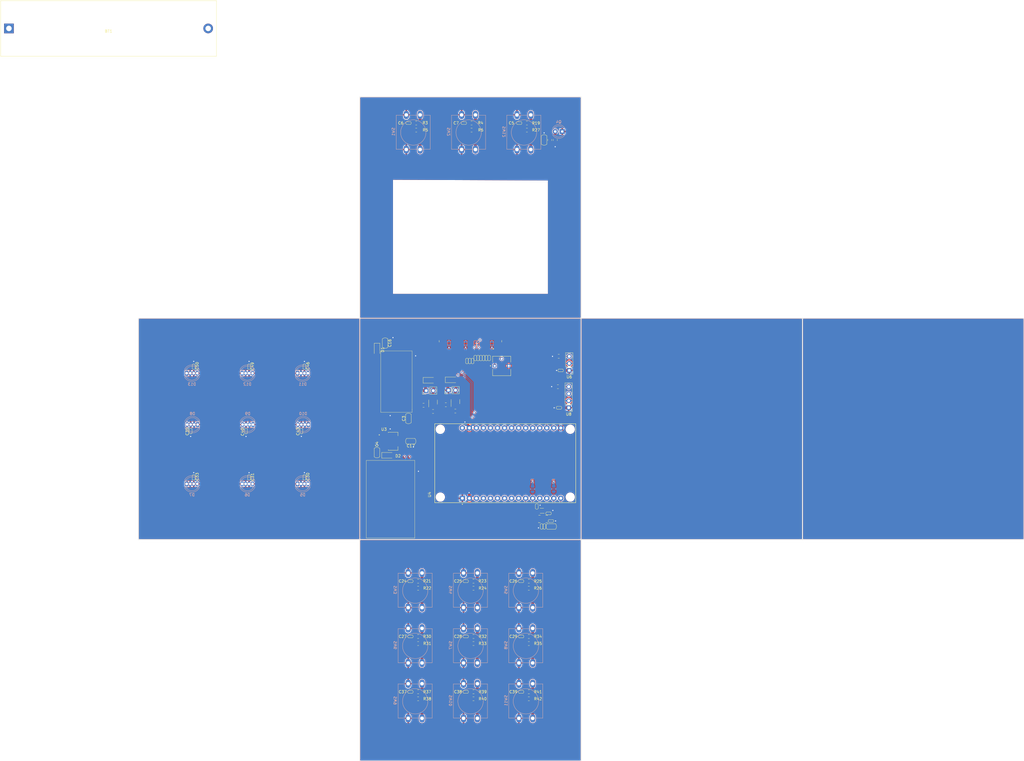
<source format=kicad_pcb>
(kicad_pcb (version 20221018) (generator pcbnew)
  (title_block (title "странный кубик") (date "2023-06-22") (company "НТЦ Вулкан") (comment 1 "Странные игры") (comment 2 "Круглов В.С."))
  (layers (0 "F.Cu" signal) (31 "B.Cu" signal) (34 "B.Paste" user) (35 "F.Paste" user) (36 "B.SilkS" user "B.Silkscreen") (37 "F.SilkS" user "F.Silkscreen") (38 "B.Mask" user) (39 "F.Mask" user) (44 "Edge.Cuts" user))
  (net 0 "")
  (net 1 "Net-(J1-CAP1-)")
  (net 2 "GND")
  (net 3 "Net-(J1-CAP5+)")
  (net 4 "Net-(J1-CAP2-)")
  (net 5 "Net-(D6-DO)")
  (net 6 "Net-(J1-CAP2+)")
  (net 7 "Net-(D10-DI)")
  (net 8 "Net-(J1-CAP4+)")
  (net 9 "Net-(J1-V3)")
  (net 10 "Net-(J1-V1)")
  (net 11 "Net-(J1-Vout)")
  (net 12 "Net-(J1-CAP3+)")
  (net 13 "+BATT")
  (net 14 "Net-(J1-CAP1+)")
  (net 15 "Net-(J1-V4)")
  (net 16 "Net-(J1-V2)")
  (net 17 "Net-(J1-V0)")
  (net 18 "Net-(D5-DO)")
  (net 19 "Net-(J1-VR)")
  (net 21 "+3V3")
  (net 22 "-BATT")
  (net 23 "Net-(D4-A)")
  (net 24 "luminodiodes")
  (net 25 "Net-(D7-DO)")
  (net 27 "SDA")
  (net 28 "B5")
  (net 29 "B1")
  (net 30 "B2")
  (net 31 "B6")
  (net 32 "B3")
  (net 33 "B7")
  (net 34 "B8")
  (net 35 "B9")
  (net 36 "B10")
  (net 37 "B4")
  (net 38 "VDC")
  (net 39 "SCL")
  (net 40 "+12V")
  (net 41 "Net-(D10-DO)")
  (net 42 "Net-(D11-DO)")
  (net 43 "Net-(D8-DO)")
  (net 44 "Net-(R25-Pad1)")
  (net 45 "B11")
  (net 46 "MOSI")
  (net 47 "A0_display")
  (net 48 "Net-(Q3-G)")
  (net 49 "gas_signal")
  (net 50 "vibrating_signal")
  (net 51 "open_box")
  (net 52 "vibrating_motor")
  (net 53 "INT2")
  (net 54 "INT1")
  (net 62 "Net-(R4-Pad1)")
  (net 63 "Net-(C2-Pad2)")
  (net 64 "Net-(R37-Pad1)")
  (net 65 "Net-(R23-Pad1)")
  (net 66 "CLK")
  (net 67 "Net-(R41-Pad1)")
  (net 68 "Net-(R39-Pad1)")
  (net 69 "Net-(R34-Pad1)")
  (net 70 "Net-(R32-Pad1)")
  (net 71 "Net-(R30-Pad1)")
  (net 72 "Net-(R3-Pad1)")
  (net 73 "Net-(R21-Pad1)")
  (net 74 "Net-(D12-DO)")
  (net 75 "B12")
  (net 76 "Net-(D3-A)")
  (net 77 "Net-(Q1-G)")
  (net 78 "photo")
  (net 79 "Net-(R19-Pad1)")
  (footprint "PCM_Capacitor_SMD_AKL:C_0402_1005Metric" (layer "F.Cu") (at 171.75 129.38 -90)
    (fp_text reference "C22" hide)
    (fp_text value "C_Generic" hide)
  )
  (footprint "PCM_4ms_Resistor:R_0805_2012Metric" (layer "F.Cu") (at 170.4028 44.46 180)
    (fp_text reference "R4")
    (fp_text value "330_0805" hide)
  )
  (footprint "PCM_Capacitor_SMD_AKL:C_0402_1005Metric" (layer "F.Cu") (at 175.75 129.38 90)
    (fp_text reference "C15" hide)
    (fp_text value "C_Generic" hide)
  )
  (footprint "PCM_4ms_Resistor:R_0805_2012Metric" (layer "F.Cu") (at 191.096 230 180)
    (fp_text reference "R34")
    (fp_text value "330_0805" hide)
  )
  (footprint "PCM_4ms_Resistor:R_0805_2012Metric" (layer "F.Cu") (at 151.096 210 180)
    (fp_text reference "R21")
    (fp_text value "330_0805" hide)
  )
  (footprint "Connector_PinHeader_2.54mm:PinHeader_1x03_P2.54mm_Vertical" (layer "F.Cu") (at 205.7 133.865 180)
    (fp_text reference "U6")
    (fp_text value "vibrating_sensor")
  )
  (footprint "PCM_Capacitor_SMD_AKL:C_0402_1005Metric" (layer "F.Cu") (at 168.75 130.45 -90)
    (fp_text reference "C23" hide)
    (fp_text value "C_Generic" hide)
  )
  (footprint "PCM_4ms_Resistor:R_0805_2012Metric" (layer "F.Cu") (at 191.096 232.54)
    (fp_text reference "R35")
    (fp_text value "10k_0805" hide)
  )
  (footprint "PCM_Capacitor_SMD_AKL:C_0402_1005Metric" (layer "F.Cu") (at 188.302 250 180)
    (fp_text reference "C39")
    (fp_text value "C_Generic" hide)
  )
  (footprint "SnapEDA Library:TRIM_3362P-1-203LF" (layer "F.Cu") (at 181.2945 132.2)
    (fp_text reference "RV1" hide)
    (fp_text value "R_Potentiometer")
  )
  (footprint "PCM_Capacitor_SMD_AKL:C_0402_1005Metric" (layer "F.Cu") (at 168.302 210 180)
    (fp_text reference "C25")
    (fp_text value "C_Generic" hide)
  )
  (footprint "Package_TO_SOT_SMD:SOT-23-3" (layer "F.Cu") (at 164.55 145.1375 90)
    (fp_text reference "Q3" hide)
    (fp_text value "Si2302A" hide)
  )
  (footprint "PCM_Capacitor_SMD_AKL:C_0402_1005Metric" (layer "F.Cu") (at 148.302 210 180)
    (fp_text reference "C24")
    (fp_text value "C_Generic" hide)
  )
  (footprint "PCM_Capacitor_SMD_AKL:C_0402_1005Metric" (layer "F.Cu") (at 90 172.5 90)
    (fp_text reference "C31")
    (fp_text value "C_Generic" hide)
  )
  (footprint "PCM_4ms_Resistor:R_0805_2012Metric" (layer "F.Cu") (at 171.096 250 180)
    (fp_text reference "R39")
    (fp_text value "330_0805" hide)
  )
  (footprint "PCM_Capacitor_SMD_AKL:C_0402_1005Metric" (layer "F.Cu") (at 170.75 130.45 -90)
    (fp_text reference "C21" hide)
    (fp_text value "C_Generic" hide)
  )
  (footprint "PCM_Capacitor_SMD_AKL:C_0402_1005Metric" (layer "F.Cu") (at 187.6088 44.46 180)
    (fp_text reference "C5")
    (fp_text value "C_Generic" hide)
  )
  (footprint "Connector_PinHeader_2.54mm:PinHeader_1x02_P2.54mm_Vertical" (layer "F.Cu") (at 162.05 141 90)
    (fp_text reference "M1" hide)
    (fp_text value "Motor_DC" hide)
  )
  (footprint "Diode_SMD:D_SMF" (layer "F.Cu") (at 155.25 137.41)
    (fp_text reference "D3" hide)
    (fp_text value "S07B-GS08" hide)
  )
  (footprint "Package_LGA:LGA-14_3x2.5mm_P0.5mm_LayoutBorder3x4y" (layer "F.Cu") (at 196.221977 187.516043)
    (fp_text reference "U7" hide)
    (fp_text value "LSM6DS3" hide)
  )
  (footprint "PCM_4ms_Resistor:R_0805_2012Metric" (layer "F.Cu") (at 191.096 210 180)
    (fp_text reference "R25")
    (fp_text value "330_0805" hide)
  )
  (footprint "PCM_4ms_Resistor:R_0805_2012Metric" (layer "F.Cu") (at 151.096 230 180)
    (fp_text reference "R30")
    (fp_text value "330_0805" hide)
  )
  (footprint "PCM_Capacitor_SMD_AKL:C_0805_2012Metric" (layer "F.Cu") (at 199.221977 190.246043 180)
    (fp_text reference "C32" hide)
    (fp_text value "C_Generic" hide)
  )
  (footprint "PCM_Capacitor_SMD_AKL:C_0402_1005Metric" (layer "F.Cu") (at 195.721977 190.246043 90)
    (fp_text reference "C44" hide)
    (fp_text value "C_Generic" hide)
  )
  (footprint "PCM_Capacitor_SMD_AKL:C_0402_1005Metric" (layer "F.Cu") (at 176.75 129.38 90)
    (fp_text reference "C13" hide)
    (fp_text value "C_Generic" hide)
  )
  (footprint "PCM_Capacitor_SMD_AKL:C_0402_1005Metric" (layer "F.Cu") (at 173.75 129.38 90)
    (fp_text reference "C14" hide)
    (fp_text value "C_Generic" hide)
  )
  (footprint "SnapEDA Library:charge_controller_module_tp4056" (layer "F.Cu") (at 149.186 167.400003 180)
    (fp_text reference "U1" hide)
    (fp_text value "charge controller")
  )
  (footprint "PCM_Capacitor_SMD_AKL:C_0805_2012Metric" (layer "F.Cu") (at 147.573646 151.222796 90)
    (fp_text reference "C3")
    (fp_text value "C_Generic" hide)
  )
  (footprint "PCM_Capacitor_SMD_AKL:C_0402_1005Metric" (layer "F.Cu") (at 168.302 250 180)
    (fp_text reference "C38")
    (fp_text value "C_Generic" hide)
  )
  (footprint "PCM_Capacitor_SMD_AKL:C_0402_1005Metric" (layer "F.Cu") (at 188.302 210 180)
    (fp_text reference "C26")
    (fp_text value "C_Generic" hide)
  )
  (footprint "Connector_PinHeader_2.54mm:PinHeader_1x02_P2.54mm_Vertical" (layer "F.Cu") (at 154 141.16 90)
    (fp_text reference "L1" hide)
    (fp_text value "L_Iron" hide)
  )
  (footprint "PCM_Capacitor_SMD_AKL:C_0402_1005Metric" (layer "F.Cu") (at 148.302 230 180)
    (fp_text reference "C27")
    (fp_text value "C_Generic" hide)
  )
  (footprint "PCM_Capacitor_SMD_AKL:C_0402_1005Metric" (layer "F.Cu") (at 172.75 129.38 90)
    (fp_text reference "C11" hide)
    (fp_text value "C_Generic" hide)
  )
  (footprint "PCM_4ms_Resistor:R_0805_2012Metric" (layer "F.Cu") (at 161.1 146.275 180)
    (fp_text reference "R17" hide)
    (fp_text value "330_0805" hide)
  )
  (footprint "PCM_Capacitor_SMD_AKL:C_0402_1005Metric" (layer "F.Cu") (at 202.6 133.865)
    (fp_text reference "C36" hide)
    (fp_text value "C_Generic" hide)
  )
  (footprint "PCM_4ms_Resistor:R_0805_2012Metric" (layer "F.Cu") (at 171.096 212.54)
    (fp_text reference "R24")
    (fp_text value "10k_0805" hide)
  )
  (footprint "PCM_Capacitor_SMD_AKL:C_0402_1005Metric" (layer "F.Cu") (at 148.302 250 180)
    (fp_text reference "C37")
    (fp_text value "C_Generic" hide)
  )
  (footprint "PCM_4ms_Resistor:R_0805_2012Metric" (layer "F.Cu") (at 151.096 232.54)
    (fp_text reference "R31")
    (fp_text value "10k_0805" hide)
  )
  (footprint "Diode_SMD:D_SMF" (layer "F.Cu") (at 136.273646 126.372796 -90)
    (fp_text reference "D1")
    (fp_text value "S07B-GS08")
  )
  (footprint "PCM_4ms_Resistor:R_0805_2012Metric" (layer "F.Cu") (at 200.626846 50.5845 90)
    (fp_text reference "R20" hide)
    (fp_text value "10k_0805" hide)
  )
  (footprint "PCM_4ms_Resistor:R_0805_2012Metric" (layer "F.Cu") (at 191.0932 212.54)
    (fp_text reference "R26")
    (fp_text value "10k_0805")
  )
  (footprint "PCM_Capacitor_SMD_AKL:C_0402_1005Metric" (layer "F.Cu") (at 196.721977 190.246043 -90)
    (fp_text reference "C34" hide)
    (fp_text value "C_Generic" hide)
  )
  (footprint "PCM_4ms_Resistor:R_0805_2012Metric" (layer "F.Cu") (at 151.096 212.54)
    (fp_text reference "R22")
    (fp_text value "10k_0805" hide)
  )
  (footprint "PCM_Capacitor_SMD_AKL:C_0805_2012Metric" (layer "F.Cu") (at 139.173646 123.972796 -90)
    (fp_text reference "C16")
    (fp_text value "C_Generic" hide)
  )
  (footprint "PCM_4ms_Resistor:R_0805_2012Metric" (layer "F.Cu") (at 151.096 250 180)
    (fp_text reference "R37")
    (fp_text value "330_0805" hide)
  )
  (footprint "PCM_Capacitor_SMD_AKL:C_0805_2012Metric" (layer "F.Cu") (at 196.626846 50.5845 -90)
    (fp_text reference "C2" hide)
    (fp_text value "C_Generic" hide)
  )
  (footprint "PCM_Capacitor_SMD_AKL:C_0402_1005Metric" (layer "F.Cu") (at 198.221977 185.516043 180)
    (fp_text reference "C47" hide)
    (fp_text value "C_Generic" hide)
  )
  (footprint "PCM_Capacitor_SMD_AKL:C_0805_2012Metric" (layer "F.Cu") (at 148.428634 159.446023 180)
    (fp_text reference "C17")
    (fp_text value "C_Generic" hide)
  )
  (footprint "PCM_4ms_Resistor:R_0805_2012Metric" (layer "F.Cu") (at 190.4028 44.46 180)
    (fp_text reference "R19")
    (fp_text value "330_0805" hide)
  )
  (footprint "PCM_Capacitor_SMD_AKL:C_0402_1005Metric" (layer "F.Cu") (at 70 172.5 -90)
    (fp_text reference "C33")
    (fp_text value "C_Generic" hide)
  )
  (footprint "PCM_4ms_Resistor:R_0805_2012Metric" (layer "F.Cu") (at 153.05 146.435 180)
    (fp_text reference "R15" hide)
    (fp_text value "330_0805" hide)
  )
  (footprint "SnapEDA Library:MODULE_ESP32_DEVKIT_V1" (layer "F.Cu") (at 182.59 167.34786 90)
    (fp_text reference "U4")
    (fp_text value "ESP32-DEVKIT-V1")
  )
  (footprint "PCM_4ms_Resistor:R_0805_2012Metric" (layer "F.Cu") (at 171.096 210 180)
    (fp_text reference "R23")
    (fp_text value "330_0805" hide)
  )
  (footprint "PCM_4ms_Resistor:R_0805_2012Metric" (layer "F.Cu") (at 164.5375 148.525 180)
    (fp_text reference "R18" hide)
    (fp_text value "10k_0805" hide)
  )
  (footprint "PCM_Capacitor_SMD_AKL:C_0402_1005Metric" (layer "F.Cu") (at 168.302 230 180)
    (fp_text reference "C28")
    (fp_text value "C_Generic" hide)
  )
  (footprint "PCM_4ms_Resistor:R_0805_2012Metric" (layer "F.Cu") (at 170.4028 47)
    (fp_text reference "R6")
    (fp_text value "10k_0805" hide)
  )
  (footprint "Connector_FFC-FPC:TE_3-1734839-4_1x34-1MP_P0.5mm_Horizontal" (layer "F.Cu") (at 170 125.602998 180)
    (fp_text reference "J1" hide)
    (fp_text value "Display")
  )
  (footprint "PCM_4ms_Resistor:R_0805_2012Metric" (layer "F.Cu") (at 151.096 252.54)
    (fp_text reference "R38")
    (fp_text value "10k_0805" hide)
  )
  (footprint "PCM_Capacitor_SMD_AKL:C_0805_2012Metric" (layer "F.Cu") (at 136.2 163.55 -90)
    (fp_text reference "C4")
    (fp_text value "C_Generic" hide)
  )
  (footprint "PCM_Capacitor_SMD_AKL:C_0402_1005Metric" (layer "F.Cu") (at 193.971977 183.016043 -90)
    (fp_text reference "C1" hide)
    (fp_text value "C_Generic" hide)
  )
  (footprint "Connector_PinHeader_2.54mm:PinHeader_1x04_P2.54mm_Vertical" (layer "F.Cu") (at 205.5 147.34 180)
    (fp_text reference "U8")
    (fp_text value "MQ-135 gas sensor")
  )
  (footprint "PCM_4ms_Resistor:R_0805_2012Metric" (layer "F.Cu") (at 201.9 128.765)
    (fp_text reference "R29" hide)
    (fp_text value "10k_0805" hide)
  )
  (footprint "SnapEDA Library:CKCS BS-01 MT-3608 Boost Converter" (layer "F.Cu") (at 137.926946 148.972596)
    (fp_text reference "U2" hide)
    (fp_text value "boost converter" hide)
  )
  (footprint "PCM_4ms_Resistor:R_0805_2012Metric" (layer "F.Cu") (at 171.096 230 180)
    (fp_text reference "R32")
    (fp_text value "330_0805" hide)
  )
  (footprint "PCM_4ms_Resistor:R_0805_2012Metric" (layer "F.Cu") (at 150.4028 44.46 180)
    (fp_text reference "R3")
    (fp_text value "330_0805" hide)
  )
  (footprint "PCM_Capacitor_SMD_AKL:C_0402_1005Metric" (layer "F.Cu") (at 90 132.5 90)
    (fp_text reference "C49")
    (fp_text value "C_Generic" hide)
  )
  (footprint "PCM_Capacitor_SMD_AKL:C_0402_1005Metric" (layer "F.Cu") (at 188.302 230 180)
    (fp_text reference "C29")
    (fp_text value "C_Generic" hide)
  )
  (footprint "Battery:BatteryHolder_MPD_BH-18650-PC2" (layer "F.Cu") (at 3.225 10.275)
    (fp_text reference "BT1")
    (fp_text value "Battery_Cell")
  )
  (footprint "SnapEDA Library:SOT230P700X180-4N" (layer "F.Cu") (at 142.059 159.44)
    (fp_text reference "U3")
    (fp_text value "LDL1117S33R" hide)
  )
  (footprint "PCM_Capacitor_SMD_AKL:C_0402_1005Metric" (layer "F.Cu") (at 169.75 130.45 -90)
    (fp_text reference "C18" hide)
    (fp_text value "C_Generic" hide)
  )
  (footprint "Diode_SMD:D_SMF" (layer "F.Cu") (at 163.3 137.25)
    (fp_text reference "D4" hide)
    (fp_text value "S07B-GS08" hide)
  )
  (footprint "PCM_4ms_Resistor:R_0805_2012Metric" (layer "F.Cu") (at 171.096 252.54)
    (fp_text reference "R40")
    (fp_text value "10k_0805" hide)
  )
  (footprint "PCM_Capacitor_SMD_AKL:C_0402_1005Metric" (layer "F.Cu") (at 68.9 155.7892 -90)
    (fp_text reference "C35")
    (fp_text value "C_Generic" hide)
  )
  (footprint "PCM_4ms_Resistor:R_0805_2012Metric" (layer "F.Cu") (at 198.626846 50.5845 90)
    (fp_text reference "R28" hide)
    (fp_text value "330_0805" hide)
  )
  (footprint "PCM_4ms_Resistor:R_0805_2012Metric" (layer "F.Cu") (at 156.4875 148.685 180)
    (fp_text reference "R16" hide)
    (fp_text value "10k_0805" hide)
  )
  (footprint "PCM_Capacitor_SMD_AKL:C_0402_1005Metric" (layer "F.Cu") (at 147.6088 44.46 180)
    (fp_text reference "C6")
    (fp_text value "C_Generic" hide)
  )
  (footprint "Package_TO_SOT_SMD:SOT-23-3" (layer "F.Cu") (at 156.5 145.2975 90)
    (fp_text reference "Q1" hide)
    (fp_text value "Si2302A" hide)
  )
  (footprint "PCM_4ms_Resistor:R_0805_2012Metric" (layer "F.Cu") (at 191.096 252.54)
    (fp_text reference "R42")
    (fp_text value "10k_0805" hide)
  )
  (footprint "PCM_Capacitor_SMD_AKL:C_0402_1005Metric" (layer "F.Cu") (at 88.9 155.7892 90)
    (fp_text reference "C40")
    (fp_text value "C_Generic" hide)
  )
  (footprint "PCM_4ms_Resistor:R_0805_2012Metric" (layer "F.Cu") (at 201.6 139.708023)
    (fp_text reference "R36" hide)
    (fp_text value "10k_0805" hide)
  )
  (footprint "PCM_Capacitor_SMD_AKL:C_0402_1005Metric" (layer "F.Cu") (at 110 132.5 -90)
    (fp_text reference "C46")
    (fp_text value "C_Generic" hide)
  )
  (footprint "PCM_4ms_Resistor:R_0805_2012Metric" (layer "F.Cu") (at 191.096 250 180)
    (fp_text reference "R41")
    (fp_text value "330_0805" hide)
  )
  (footprint "PCM_Capacitor_SMD_AKL:C_0402_1005Metric" (layer "F.Cu") (at 110 172.5 -90)
    (fp_text reference "C30")
    (fp_text value "C_Generic" hide)
  )
  (footprint "PCM_4ms_Resistor:R_0805_2012Metric" (layer "F.Cu") (at 190.4 47)
    (fp_text reference "R27")
    (fp_text value "10k_0805")
  )
  (footprint "PCM_4ms_Resistor:R_0805_2012Metric" (layer "F.Cu") (at 150.4028 47)
    (fp_text reference "R5")
    (fp_text value "10k_0805" hide)
  )
  (footprint "PCM_Capacitor_SMD_AKL:C_0402_1005Metric" (layer "F.Cu") (at 108.9 155.7892 -90)
    (fp_text reference "C43")
    (fp_text value "C_Generic" hide)
  )
  (footprint "PCM_Capacitor_SMD_AKL:C_0402_1005Metric" (layer "F.Cu") (at 199.09 188.266043 180)
    (fp_text reference "C41" hide)
    (fp_text value "C_Generic" hide)
  )
  (footprint "Diode_SMD:D_SMF" (layer "F.Cu") (at 140.281 164.52)
    (fp_text reference "D2")
    (fp_text value "S07B-GS08" hide)
  )
  (footprint "PCM_Capacitor_SMD_AKL:C_0402_1005Metric" (layer "F.Cu") (at 174.75 129.38 90)
    (fp_text reference "C12" hide)
    (fp_text value "C_Generic" hide)
  )
  (footprint "PCM_Capacitor_SMD_AKL:C_0402_1005Metric" (layer "F.Cu") (at 70 132.5 -90)
    (fp_text reference "C50")
    (fp_text value "C_Generic" hide)
  )
  (footprint "PCM_Capacitor_SMD_AKL:C_0402_1005Metric" (layer "F.Cu") (at 167.6088 44.46 180)
    (fp_text reference "C7")
    (fp_text value "C_Generic" hide)
  )
  (footprint "PCM_Capacitor_SMD_AKL:C_0402_1005Metric" (layer "F.Cu") (at 202 147.36)
    (fp_text reference "C48" hide)
    (fp_text value "C_Generic" hide)
  )
  (footprint "PCM_4ms_Resistor:R_0805_2012Metric" (layer "F.Cu") (at 171.096 232.54)
    (fp_text reference "R33")
    (fp_text value "10k_0805" hide)
  )
  (footprint "Package_TO_SOT_SMD:SOT-563" (layer "F.Cu") (at 195.808023 184.555837 180)
    (fp_text reference "U5" hide)
    (fp_text value "TMP112xxDRL" hide)
  )
  (footprint "LED_THT:LED_D4.0mm" (layer "B.Cu") (at 203.166846 47.522 180)
    (fp_text reference "Q4")
    (fp_text value "Q_Photo")
  )
  (footprint "LED_THT:LED_D5.0mm-4_RGB" (layer "B.Cu") (at 71.435 153.4296 180)
    (fp_text reference "D8")
    (fp_text value "yf923" hide)
  )
  (footprint "Button_Switch_THT:SW_PUSH-12mm" (layer "B.Cu") (at 186.8068 41.522 -90)
    (fp_text reference "SW12")
    (fp_text value "SW_Push")
  )
  (footprint "LED_THT:LED_D5.0mm-4_RGB" (layer "B.Cu") (at 107.465 174.8596)
    (fp_text reference "D5")
    (fp_text value "yf923" hide)
  )
  (footprint "Button_Switch_THT:SW_PUSH-12mm" (layer "B.Cu") (at 187.5 207.062 -90)
    (fp_text reference "SW5")
    (fp_text value "SW_Push")
  )
  (footprint "LED_THT:LED_D5.0mm-4_RGB" (layer "B.Cu") (at 91.435 153.4296 180)
    (fp_text reference "D9")
    (fp_text value "yf923" hide)
  )
  (footprint "LED_THT:LED_D5.0mm-4_RGB" (layer "B.Cu") (at 111.435 153.4296 180)
    (fp_text reference "D10")
    (fp_text value "yf923" hide)
  )
  (footprint "PCM_4ms_Resistor:R_0805_2012Metric" (layer "B.Cu") (at 200.09 176.687814 90)
    (fp_text reference "R2")
    (fp_text value "10k_0805" hide)
  )
  (footprint "Button_Switch_THT:SW_PUSH-12mm" (layer "B.Cu") (at 147.5 247.062 -90)
    (fp_text reference "SW9")
    (fp_text value "SW_Push")
  )
  (footprint "Button_Switch_THT:SW_PUSH-12mm" (layer "B.Cu") (at 166.8068 41.522 -90)
    (fp_text reference "SW2")
    (fp_text value "SW_Push")
  )
  (footprint "Button_Switch_THT:SW_PUSH-12mm" (layer "B.Cu") (at 167.5 227.062 -90)
    (fp_text reference "SW7")
    (fp_text value "SW_Push")
  )
  (footprint "Button_Switch_THT:SW_PUSH-12mm" (layer "B.Cu") (at 146.8068 41.522 -90)
    (fp_text reference "SW1")
    (fp_text value "SW_Push")
  )
  (footprint "PCM_Capacitor_SMD_AKL:C_0402_1005Metric" (layer "B.Cu") (at 171.75 124.052998 90)
    (fp_text reference "C19" hide)
    (fp_text value "C_Generic" hide)
  )
  (footprint "Button_Switch_THT:SW_PUSH-12mm" (layer "B.Cu") (at 147.5 207.062 -90)
    (fp_text reference "SW3")
    (fp_text value "SW_Push")
  )
  (footprint "PCM_Capacitor_SMD_AKL:C_0402_1005Metric" (layer "B.Cu") (at 162.25 123.982998 -90)
    (fp_text reference "C10" hide)
    (fp_text value "C_Generic" hide)
  )
  (footprint "PCM_Capacitor_SMD_AKL:C_0402_1005Metric" (layer "B.Cu") (at 172.75 124.052998 90)
    (fp_text reference "C20" hide)
    (fp_text value "C_Generic" hide)
  )
  (footprint "Button_Switch_THT:SW_PUSH-12mm" (layer "B.Cu") (at 187.5 227.062 -90)
    (fp_text reference "SW8")
    (fp_text value "SW_Push")
  )
  (footprint "PCM_4ms_Resistor:R_0805_2012Metric" (layer "B.Cu") (at 192.44 176.737814 90)
    (fp_text reference "R1")
    (fp_text value "10k_0805" hide)
  )
  (footprint "LED_THT:LED_D5.0mm-4_RGB" (layer "B.Cu") (at 107.465 134.8596)
    (fp_text reference "D11")
    (fp_text value "yf923" hide)
  )
  (footprint "LED_THT:LED_D5.0mm-4_RGB" (layer "B.Cu") (at 67.465 174.8596)
    (fp_text reference "D7")
    (fp_text value "yf923" hide)
  )
  (footprint "LED_THT:LED_D5.0mm-4_RGB" (layer "B.Cu") (at 67.465 134.8596)
    (fp_text reference "D13")
    (fp_text value "yf923" hide)
  )
  (footprint "Button_Switch_THT:SW_PUSH-12mm" (layer "B.Cu") (at 187.5 247.062 -90)
    (fp_text reference "SW11")
    (fp_text value "SW_Push")
  )
  (footprint "PCM_Capacitor_SMD_AKL:C_0402_1005Metric" (layer "B.Cu") (at 177.75 124.082998 90)
    (fp_text reference "C45" hide)
    (fp_text value "C_Generic" hide)
  )
  (footprint "LED_THT:LED_D5.0mm-4_RGB" (layer "B.Cu") (at 87.465 174.8596)
    (fp_text reference "D6")
    (fp_text value "yf923" hide)
  )
  (footprint "Button_Switch_THT:SW_PUSH-12mm" (layer "B.Cu") (at 167.5 207.062 -90)
    (fp_text reference "SW4")
    (fp_text value "SW_Push")
  )
  (footprint "LED_THT:LED_D5.0mm-4_RGB" (layer "B.Cu") (at 87.465 134.8596)
    (fp_text reference "D12")
    (fp_text value "yf923" hide)
  )
  (footprint "PCM_Capacitor_SMD_AKL:C_0402_1005Metric" (layer "B.Cu") (at 168.25 124.082998 90)
    (fp_text reference "C42" hide)
    (fp_text value "C_Generic" hide)
  )
  (footprint "Button_Switch_THT:SW_PUSH-12mm" (layer "B.Cu") (at 147.5 227.062 -90)
    (fp_text reference "SW6")
    (fp_text value "SW_Push")
  )
  (footprint "Button_Switch_THT:SW_PUSH-12mm" (layer "B.Cu") (at 167.5 247.062 -90)
    (fp_text reference "SW10")
    (fp_text value "SW_Push")
  )
  (gr_rect (start 130 115) (end 210 195) (stroke (width 0.1)) (fill none) (layer "Edge.Cuts"))
  (gr_rect (start 130 195) (end 210 275) (stroke (width 0.1)) (fill none) (layer "Edge.Cuts"))
  (gr_rect (start 290 115) (end 370 195) (stroke (width 0.1)) (fill none) (layer "Edge.Cuts"))
  (gr_rect (start 130 35) (end 210 115) (stroke (width 0.1)) (fill none) (layer "Edge.Cuts"))
  (gr_rect (start 50 115) (end 130 195) (stroke (width 0.1)) (fill none) (layer "Edge.Cuts"))
  (gr_rect (start 210 115) (end 290 195) (stroke (width 0.1)) (fill none) (layer "Edge.Cuts"))
  (segment (start 171.75 129.86) (end 171.742391 129.86) (width 0.25) (layer "F.Cu") (net 1))
  (segment (start 170.75 128.867609) (end 170.75 126.952998) (width 0.25) (layer "F.Cu") (net 1))
  (segment (start 171.75 129.937609) (end 170.757609 130.93) (width 0.25) (layer "F.Cu") (net 1))
  (segment (start 171.742391 129.86) (end 170.75 128.867609) (width 0.25) (layer "F.Cu") (net 1))
  (segment (start 170.757609 130.93) (end 170.75 130.93) (width 0.25) (layer "F.Cu") (net 1))
  (segment (start 171.75 129.86) (end 171.75 129.937609) (width 0.25) (layer "F.Cu") (net 1))
  (segment (start 170.75 130.93) (end 169.75 130.93) (width 0.25) (layer "F.Cu") (net 1))
  (segment (start 90 172.02) (end 90 170.8) (width 0.8) (layer "F.Cu") (net 2))
  (segment (start 141.259786 150.184053) (end 143.254969 148.18887) (width 1) (layer "F.Cu") (net 2))
  (segment (start 151.1648 170.3352) (end 151.2 170.3) (width 1) (layer "F.Cu") (net 2))
  (segment (start 193.971977 182.536043) (end 195.16 182.536043) (width 0.25) (layer "F.Cu") (net 2))
  (segment (start 169.615 178.115) (end 169.5 178) (width 1) (layer "F.Cu") (net 2))
  (segment (start 70 131.8) (end 70 130.58) (width 0.8) (layer "F.Cu") (net 2))
  (segment (start 169.615 154.115) (end 168 152.5) (width 1) (layer "F.Cu") (net 2))
  (segment (start 200.231977 147.36) (end 201.5 147.36) (width 1) (layer "F.Cu") (net 2))
  (segment (start 110 131.82) (end 110 130.6) (width 0.8) (layer "F.Cu") (net 2))
  (segment (start 199.57 188.266043) (end 200.75 188.266043) (width 0.25) (layer "F.Cu") (net 2))
  (segment (start 196.701977 190.746043) (end 196.721977 190.726043) (width 0.25) (layer "F.Cu") (net 2))
  (segment (start 200.231977 147.36) (end 200.25 147.36) (width 1) (layer "F.Cu") (net 2))
  (segment (start 150.1825 128.575446) (end 150.1875 128.580446) (width 1) (layer "F.Cu") (net 2))
  (segment (start 149.4 159.70625) (end 149.4 161.49375) (width 1) (layer "F.Cu") (net 2))
  (segment (start 200.75 188.266043) (end 200.77 188.246043) (width 0.25) (layer "F.Cu") (net 2))
  (segment (start 110 172.02) (end 110 170.8) (width 0.8) (layer "F.Cu") (net 2))
  (segment (start 169.615 154.64786) (end 169.615 154.115) (width 1) (layer "F.Cu") (net 2))
  (segment (start 142 122) (end 140.977204 123.022796) (width 1) (layer "F.Cu") (net 2))
  (segment (start 139.044 157.14) (end 139.044 156.956) (width 1) (layer "F.Cu") (net 2))
  (segment (start 141 150.184053) (end 141.259786 150.184053) (width 1) (layer "F.Cu") (net 2))
  (segment (start 169.615 180.04786) (end 169.615 178.115) (width 1) (layer "F.Cu") (net 2))
  (segment (start 157.45 146.435) (end 157.45 148.66) (width 1) (layer "F.Cu") (net 2))
  (segment (start 195.721977 190.726043) (end 194.59 190.726043) (width 0.25) (layer "F.Cu") (net 2))
  (segment (start 148.2358 170.3352) (end 151.1648 170.3352) (width 1) (layer "F.Cu") (net 2))
  (segment (start 165.5 146.275) (end 165.5 148.5) (width 1) (layer "F.Cu") (net 2))
  (segment (start 201.28 133.865) (end 202.1 133.865) (width 1) (layer "F.Cu") (net 2))
  (segment (start 139.044 156.956) (end 141 155) (width 1) (layer "F.Cu") (net 2))
  (segment (start 165.5 148.5) (end 165.475 148.525) (width 1) (layer "F.Cu") (net 2))
  (segment (start 136.2 160.55) (end 136.2 162.6) (width 1) (layer "F.Cu") (net 2))
  (segment (start 200.9625 128.765) (end 199.65 128.765) (width 1) (layer "F.Cu") (net 2))
  (segment (start 140.977204 123.022796) (end 139.173646 123.022796) (width 1) (layer "F.Cu") (net 2))
  (segment (start 194.57 190.746043) (end 196.701977 190.746043) (width 0.25) (layer "F.Cu") (net 2))
  (segment (start 200.626846 51.522) (end 200.626846 53.022) (width 1) (layer "F.Cu") (net 2))
  (segment (start 195.16 182.536043) (end 195.17 182.546043) (width 0.25) (layer "F.Cu") (net 2))
  (segment (start 68.9 156.4892) (end 68.9 157.7092) (width 0.8) (layer "F.Cu") (net 2))
  (segment (start 70 172) (end 70 170.78) (width 0.8) (layer "F.Cu") (net 2))
  (segment (start 200.6625 139.708023) (end 199.35 139.708023) (width 1) (layer "F.Cu") (net 2))
  (segment (start 196.626846 49.6345) (end 196.626846 48.022) (width 1) (layer "F.Cu") (net 2))
  (segment (start 198.701977 185.516043) (end 198.701977 185.514066) (width 0.25) (layer "F.Cu") (net 2))
  (segment (start 148.45 128.575446) (end 150.1825 128.575446) (width 1) (layer "F.Cu") (net 2))
  (segment (start 201.28 133.865) (end 201.1 133.865) (width 1) (layer "F.Cu") (net 2))
  (segment (start 198.701977 185.514066) (end 199.77 184.446043) (width 0.25) (layer "F.Cu") (net 2))
  (segment (start 157.45 148.66) (end 157.425 148.685) (width 1) (layer "F.Cu") (net 2))
  (segment (start 90 131.81) (end 90 130.59) (width 0.8) (layer "F.Cu") (net 2))
  (segment (start 194.59 190.726043) (end 194.57 190.746043) (width 0.25) (layer "F.Cu") (net 2))
  (segment (start 108.9 156.4692) (end 108.9 157.6892) (width 0.8) (layer "F.Cu") (net 2))
  (segment (start 88.9 156.4892) (end 88.9 157.7092) (width 0.8) (layer "F.Cu") (net 2))
  (via (at 199.77 184.446043) (size 0.8) (drill 0.4) (layers "F.Cu" "B.Cu") (net 2))
  (via (at 199.65 128.765) (size 0.8) (drill 0.4) (layers "F.Cu" "B.Cu") (net 2))
  (via (at 200.626846 53.022) (size 0.8) (drill 0.4) (layers "F.Cu" "B.Cu") (net 2))
  (via (at 200.25 147.36) (size 0.8) (drill 0.4) (layers "F.Cu" "B.Cu") (net 2))
  (via (at 149.4 161.49375) (size 0.8) (drill 0.4) (layers "F.Cu" "B.Cu") (net 2))
  (via (at 70 170.78) (size 0.8) (drill 0.4) (layers "F.Cu" "B.Cu") (net 2))
  (via (at 200.77 188.246043) (size 0.8) (drill 0.4) (layers "F.Cu" "B.Cu") (net 2))
  (via (at 110 170.8) (size 0.8) (drill 0.4) (layers "F.Cu" "B.Cu") (net 2))
  (via (at 108.9 157.6892) (size 0.8) (drill 0.4) (layers "F.Cu" "B.Cu") (net 2))
  (via (at 136.2 160.55) (size 0.8) (drill 0.4) (layers "F.Cu" "B.Cu") (net 2))
  (via (at 68.9 157.7092) (size 0.8) (drill 0.4) (layers "F.Cu" "B.Cu") (net 2))
  (via (at 195.17 182.546043) (size 0.8) (drill 0.4) (layers "F.Cu" "B.Cu") (net 2))
  (via (at 142 122) (size 0.8) (drill 0.4) (layers "F.Cu" "B.Cu") (net 2))
  (via (at 90 170.8) (size 0.8) (drill 0.4) (layers "F.Cu" "B.Cu") (net 2))
  (via (at 201.1 133.865) (size 0.8) (drill 0.4) (layers "F.Cu" "B.Cu") (net 2))
  (via (at 168 152.5) (size 0.8) (drill 0.4) (layers "F.Cu" "B.Cu") (net 2))
  (via (at 196.626846 48.022) (size 0.8) (drill 0.4) (layers "F.Cu" "B.Cu") (net 2))
  (via (at 151.2 170.3) (size 0.8) (drill 0.4) (layers "F.Cu" "B.Cu") (net 2))
  (via (at 169.5 178) (size 0.8) (drill 0.4) (layers "F.Cu" "B.Cu") (net 2))
  (via (at 199.35 139.708023) (size 0.8) (drill 0.4) (layers "F.Cu" "B.Cu") (net 2))
  (via (at 88.9 157.7092) (size 0.8) (drill 0.4) (layers "F.Cu" "B.Cu") (net 2))
  (via (at 194.57 190.746043) (size 0.8) (drill 0.4) (layers "F.Cu" "B.Cu") (net 2))
  (via (at 70 130.58) (size 0.8) (drill 0.4) (layers "F.Cu" "B.Cu") (net 2))
  (via (at 150.1875 128.580446) (size 0.8) (drill 0.4) (layers "F.Cu" "B.Cu") (net 2))
  (via (at 90 130.59) (size 0.8) (drill 0.4) (layers "F.Cu" "B.Cu") (net 2))
  (via (at 141 150.184053) (size 0.8) (drill 0.4) (layers "F.Cu" "B.Cu") (net 2))
  (via (at 141 155) (size 0.8) (drill 0.4) (layers "F.Cu" "B.Cu") (net 2))
  (via (at 110 130.6) (size 0.8) (drill 0.4) (layers "F.Cu" "B.Cu") (net 2))
  (segment (start 169.75 129.722998) (end 169.75 126.952998) (width 0.25) (layer "F.Cu") (net 3))
  (segment (start 172.25 124.074769) (end 172.25 126.952998) (width 0.25) (layer "F.Cu") (net 4))
  (segment (start 173.441771 122.882998) (end 172.25 124.074769) (width 0.25) (layer "F.Cu") (net 4))
  (via (at 173.441771 122.882998) (size 0.8) (drill 0.4) (layers "F.Cu" "B.Cu") (net 4))
  (segment (start 172.751771 123.572998) (end 173.441771 122.882998) (width 0.25) (layer "B.Cu") (net 4))
  (segment (start 171.75 123.572998) (end 172.751771 123.572998) (width 0.25) (layer "B.Cu") (net 4))
  (segment (start 87.465 174.8596) (end 71.275 174.8596) (width 0.35) (layer "F.Cu") (net 5))
  (segment (start 171.5255 125.571048) (end 171.75 125.795548) (width 0.25) (layer "F.Cu") (net 6))
  (segment (start 171.75 125.795548) (end 171.75 126.952998) (width 0.25) (layer "F.Cu") (net 6))
  (via (at 171.5255 125.571048) (size 0.8) (drill 0.4) (layers "F.Cu" "B.Cu") (net 6))
  (segment (start 171.75 125.346548) (end 171.75 124.532998) (width 0.25) (layer "B.Cu") (net 6))
  (segment (start 171.5255 125.571048) (end 171.75 125.346548) (width 0.25) (layer "B.Cu") (net 6))
  (segment (start 107.625 153.4296) (end 91.435 153.4296) (width 0.35) (layer "F.Cu") (net 7))
  (segment (start 172.9745 125.572998) (end 172.75 125.797498) (width 0.25) (layer "F.Cu") (net 8))
  (segment (start 172.75 125.797498) (end 172.75 126.952998) (width 0.25) (layer "F.Cu") (net 8))
  (via (at 172.9745 125.572998) (size 0.8) (drill 0.4) (layers "F.Cu" "B.Cu") (net 8))
  (segment (start 172.75 125.348498) (end 172.75 124.532998) (width 0.25) (layer "B.Cu") (net 8))
  (segment (start 172.9745 125.572998) (end 172.75 125.348498) (width 0.25) (layer "B.Cu") (net 8))
  (segment (start 174.25 128.152998) (end 174.25 126.952998) (width 0.25) (layer "F.Cu") (net 9))
  (segment (start 173.75 128.652998) (end 174.25 128.152998) (width 0.25) (layer "F.Cu") (net 9))
  (segment (start 175.75 128.652998) (end 175.25 128.152998) (width 0.2) (layer "F.Cu") (net 10))
  (segment (start 175.25 128.152998) (end 175.25 126.952998) (width 0.2) (layer "F.Cu") (net 10))
  (segment (start 168.75 129.5) (end 169.25 129) (width 0.25) (layer "F.Cu") (net 11))
  (segment (start 169.25 129) (end 169.25 126.952998) (width 0.25) (layer "F.Cu") (net 11))
  (segment (start 168.75 129.97) (end 168.75 129.5) (width 0.25) (layer "F.Cu") (net 11))
  (segment (start 170.25 129.004005) (end 170.25 126.952998) (width 0.25) (layer "F.Cu") (net 12))
  (segment (start 170.75 129.504005) (end 170.25 129.004005) (width 0.25) (layer "F.Cu") (net 12))
  (segment (start 170.75 129.97) (end 170.75 129.504005) (width 0.25) (layer "F.Cu") (net 12))
  (segment (start 140.9148 170.3352) (end 146.2 165.05) (width 1) (layer "F.Cu") (net 13))
  (segment (start 137.8218 170.3352) (end 140.9148 170.3352) (width 1) (layer "F.Cu") (net 13))
  (via (at 146.2 165.05) (size 0.8) (drill 0.4) (layers "F.Cu" "B.Cu") (net 13))
  (segment (start 171.25 128.152998) (end 171.25 126.952998) (width 0.25) (layer "F.Cu") (net 14))
  (segment (start 171.75 128.652998) (end 171.25 128.152998) (width 0.25) (layer "F.Cu") (net 14))
  (segment (start 173.75 127.652998) (end 173.75 126.952998) (width 0.25) (layer "F.Cu") (net 15))
  (segment (start 172.75 128.652998) (end 173.75 127.652998) (width 0.25) (layer "F.Cu") (net 15))
  (segment (start 174.75 126.952998) (end 174.75 128.622998) (width 0.2) (layer "F.Cu") (net 16))
  (segment (start 176.757609 128.9) (end 178.7545 130.896891) (width 0.25) (layer "F.Cu") (net 17))
  (segment (start 175.75 127.9155) (end 175.75 126.952998) (width 0.25) (layer "F.Cu") (net 17))
  (segment (start 176.75 128.9) (end 176.757609 128.9) (width 0.25) (layer "F.Cu") (net 17))
  (segment (start 176.75 128.9) (end 176.7345 128.9) (width 0.25) (layer "F.Cu") (net 17))
  (segment (start 178.7545 130.896891) (end 178.7545 132.2) (width 0.25) (layer "F.Cu") (net 17))
  (segment (start 176.7345 128.9) (end 175.75 127.9155) (width 0.25) (layer "F.Cu") (net 17))
  (segment (start 107.465 174.8596) (end 91.275 174.8596) (width 0.35) (layer "F.Cu") (net 18))
  (segment (start 176.25 127.752998) (end 176.792002 128.295) (width 0.25) (layer "F.Cu") (net 19))
  (segment (start 179.9295 128.295) (end 181.2945 129.66) (width 0.25) (layer "F.Cu") (net 19))
  (segment (start 176.25 126.952998) (end 176.25 127.752998) (width 0.25) (layer "F.Cu") (net 19))
  (segment (start 176.792002 128.295) (end 179.9295 128.295) (width 0.25) (layer "F.Cu") (net 19))
  (segment (start 110.005 134.8596) (end 110.005 135.453666) (width 0.35) (layer "F.Cu") (net 21))
  (segment (start 198.61 188.266043) (end 197.384477 188.266043) (width 0.25) (layer "F.Cu") (net 21))
  (segment (start 70.005 132.985) (end 70 132.98) (width 0.35) (layer "F.Cu") (net 21))
  (segment (start 197.741977 185.516043) (end 197.738614 185.516043) (width 0.25) (layer "F.Cu") (net 21))
  (segment (start 90.005 132.985) (end 90 132.98) (width 0.8) (layer "F.Cu") (net 21))
  (segment (start 193.971977 184.139791) (end 194.388023 184.555837) (width 0.25) (layer "F.Cu") (net 21))
  (segment (start 196.721977 189.766043) (end 195.721977 189.766043) (width 0.25) (layer "F.Cu") (net 21))
  (segment (start 145.171 159.44) (end 139.229 159.44) (width 1) (layer "F.Cu") (net 21))
  (segment (start 68.895 155.1086) (end 68.895 153.4296) (width 0.35) (layer "F.Cu") (net 21))
  (segment (start 141.739 164.528) (end 141.731 164.52) (width 1) (layer "F.Cu") (net 21))
  (segment (start 205.5 147.34) (end 202.85 147.34) (width 1) (layer "F.Cu") (net 21))
  (segment (start 162.25 126.952998) (end 162.25 125.582998) (width 0.25) (layer "F.Cu") (net 21))
  (segment (start 145.171 161.08) (end 145.171 159.44) (width 1) (layer "F.Cu") (net 21))
  (segment (start 110 174.8546) (end 110.005 174.8596) (width 0.8) (layer "F.Cu") (net 21))
  (segment (start 70.005 135.453666) (end 70.005 134.8596) (width 0.35) (layer "F.Cu") (net 21))
  (segment (start 161.8 137.3) (end 161.85 137.25) (width 1) (layer "F.Cu") (net 21))
  (segment (start 108.895 155.1086) (end 108.895 153.4296) (width 0.35) (layer "F.Cu") (net 21))
  (segment (start 194.388023 184.555837) (end 195.058023 184.555837) (width 0.25) (layer "F.Cu") (net 21))
  (segment (start 196.721977 189.766043) (end 197.791977 189.766043) (width 0.25) (layer "F.Cu") (net 21))
  (segment (start 193.971977 183.496043) (end 193.971977 184.139791) (width 0.25) (layer "F.Cu") (net 21))
  (segment (start 110 134.8546) (end 110.005 134.8596) (width 0.8) (layer "F.Cu") (net 21))
  (segment (start 195.721977 189.766043) (end 195.721977 188.428543) (width 0.25) (layer "F.Cu") (net 21))
  (segment (start 88.895 155.1086) (end 88.895 153.4296) (width 0.35) (layer "F.Cu") (net 21))
  (segment (start 145.080023 159.446023) (end 145.074 159.44) (width 1) (layer "F.Cu") (net 21))
  (segment (start 177.75 126.952998) (end 177.75 125.582998) (width 0.25) (layer "F.Cu") (net 21))
  (segment (start 196.721977 186.53268) (end 196.721977 186.603543) (width 0.25) (layer "F.Cu") (net 21))
  (segment (start 147.478634 159.446023) (end 145.080023 159.446023) (width 1) (layer "F.Cu") (net 21))
  (segment (start 205.7 133.865) (end 203.35 133.865) (width 1) (layer "F.Cu") (net 21))
  (segment (start 197.791977 189.766043) (end 198.271977 190.246043) (width 0.25) (layer "F.Cu") (net 21))
  (segment (start 141.731 164.52) (end 145.171 161.08) (width 1) (layer "F.Cu") (net 21))
  (segment (start 161.8 140.75) (end 161.8 137.3) (width 1) (layer "F.Cu") (net 21))
  (segment (start 168.25 126.952998) (end 168.25 125.582998) (width 0.25) (layer "F.Cu") (net 21))
  (segment (start 197.738614 185.516043) (end 196.721977 186.53268) (width 0.25) (layer "F.Cu") (net 21))
  (segment (start 162.05 141) (end 161.8 140.75) (width 1) (layer "F.Cu") (net 21))
  (via (at 177.75 125.582998) (size 0.8) (drill 0.4) (layers "F.Cu" "B.Cu") (net 21))
  (via (at 200.09 173.996043) (size 0.8) (drill 0.4) (layers "F.Cu" "B.Cu") (net 21))
  (via (at 192.47 173.868907) (size 0.8) (drill 0.4) (layers "F.Cu" "B.Cu") (net 21))
  (via (at 168.25 125.582998) (size 0.8) (drill 0.4) (layers "F.Cu" "B.Cu") (net 21))
  (via (at 162.25 125.582998) (size 0.8) (drill 0.4) (layers "F.Cu" "B.Cu") (net 21))
  (segment (start 192.47 173.868907) (end 192.47 175.623178) (width 1) (layer "B.Cu") (net 21))
  (segment (start 168.25 125.582998) (end 168.25 124.562998) (width 0.25) (layer "B.Cu") (net 21))
  (segment (start 162.25 125.582998) (end 162.25 124.462998) (width 0.25) (layer "B.Cu") (net 21))
  (segment (start 177.75 125.582998) (end 177.75 124.562998) (width 0.25) (layer "B.Cu") (net 21))
  (segment (start 200.09 173.996043) (end 200.09 175.750314) (width 1) (layer "B.Cu") (net 21))
  (segment (start 146.673528 166.273528) (end 147.897056 165.05) (width 1) (layer "F.Cu") (net 22))
  (segment (start 144.6798 168.267256) (end 146.673528 166.273528) (width 1) (layer "F.Cu") (net 22))
  (segment (start 147.897056 165.05) (end 147.95 165.05) (width 1) (layer "F.Cu") (net 22))
  (segment (start 144.6798 170.3352) (end 144.6798 168.267256) (width 1) (layer "F.Cu") (net 22))
  (via (at 147.95 165.05) (size 0.8) (drill 0.4) (layers "F.Cu" "B.Cu") (net 22))
  (segment (start 164.55 141.04) (end 164.59 141) (width 1) (layer "F.Cu") (net 23))
  (segment (start 164.75 137.25) (end 164.75 140.84) (width 1) (layer "F.Cu") (net 23))
  (segment (start 164.55 144) (end 164.55 141.04) (width 1) (layer "F.Cu") (net 23))
  (segment (start 164.75 140.84) (end 164.59 141) (width 1) (layer "F.Cu") (net 23))
  (segment (start 111.2 174.9346) (end 111.275 174.8596) (width 0.8) (layer "F.Cu") (net 24))
  (segment (start 67.625 153.4296) (end 67.625 174.6996) (width 0.25) (layer "F.Cu") (net 25))
  (segment (start 67.625 174.6996) (end 67.465 174.8596) (width 0.25) (layer "F.Cu") (net 25))
  (segment (start 194.251627 185.055837) (end 192.475 183.27921) (width 0.25) (layer "F.Cu") (net 27))
  (segment (start 195.058023 185.055837) (end 195.721977 185.719791) (width 0.25) (layer "F.Cu") (net 27))
  (segment (start 195.721977 185.719791) (end 195.721977 186.603543) (width 0.25) (layer "F.Cu") (net 27))
  (segment (start 195.058023 185.055837) (end 194.251627 185.055837) (width 0.25) (layer "F.Cu") (net 27))
  (segment (start 192.475 183.27921) (end 192.475 180.04786) (width 0.25) (layer "F.Cu") (net 27))
  (segment (start 192.44 177.675314) (end 192.44 180.01286) (width 0.25) (layer "B.Cu") (net 27))
  (segment (start 170.1585 230) (end 168.952 230) (width 1) (layer "F.Cu") (net 28))
  (segment (start 150.1585 210) (end 148.952 210) (width 1) (layer "F.Cu") (net 29))
  (segment (start 170.1585 210) (end 168.952 210) (width 1) (layer "F.Cu") (net 30))
  (segment (start 190.1585 230) (end 188.952 230) (width 1) (layer "F.Cu") (net 31))
  (segment (start 190.1585 210) (end 188.952 210) (width 1) (layer "F.Cu") (net 32))
  (segment (start 150.1585 250) (end 148.952 250) (width 1) (layer "F.Cu") (net 33))
  (segment (start 170.1585 250) (end 168.952 250) (width 1) (layer "F.Cu") (net 34))
  (segment (start 190.1585 250) (end 188.952 250) (width 1) (layer "F.Cu") (net 35))
  (segment (start 187.395 154.64786) (end 187.9 154.14286) (width 0.25) (layer "F.Cu") (net 36))
  (segment (start 149.4653 44.46) (end 148.2588 44.46) (width 1) (layer "F.Cu") (net 36))
  (segment (start 187.9 154.14286) (end 187.9 127.5) (width 0.25) (layer "F.Cu") (net 36))
  (segment (start 150.1585 230) (end 148.952 230) (width 1) (layer "F.Cu") (net 37))
  (segment (start 147.578946 149.485093) (end 144.064039 153) (width 1) (layer "F.Cu") (net 38))
  (segment (start 138.831 164.52) (end 138.831 162.138) (width 1) (layer "F.Cu") (net 38))
  (segment (start 134.2658 166) (end 134.2658 170.3352) (width 1) (layer "F.Cu") (net 38))
  (segment (start 134.2658 165.2342) (end 134.2658 166) (width 1) (layer "F.Cu") (net 38))
  (segment (start 147.573646 147.199896) (end 147.578946 147.194596) (width 1) (layer "F.Cu") (net 38))
  (segment (start 136.22 164.52) (end 138.831 164.52) (width 1) (layer "F.Cu") (net 38))
  (segment (start 147.578946 143.278096) (end 147.578946 147.194596) (width 1) (layer "F.Cu") (net 38))
  (segment (start 144.064039 153) (end 139 153) (width 1) (layer "F.Cu") (net 38))
  (segment (start 135 164.5) (end 134.2658 165.2342) (width 1) (layer "F.Cu") (net 38))
  (segment (start 138.831 162.138) (end 139.141 161.828) (width 0.35) (layer "F.Cu") (net 38))
  (segment (start 136.273646 131.972796) (end 147.578946 143.278096) (width 1) (layer "F.Cu") (net 38))
  (segment (start 136.2 164.5) (end 136.22 164.52) (width 1) (layer "F.Cu") (net 38))
  (segment (start 136.273646 127.822796) (end 136.273646 131.972796) (width 1) (layer "F.Cu") (net 38))
  (segment (start 134.2658 157.7342) (end 134.2658 166) (width 1) (layer "F.Cu") (net 38))
  (segment (start 136.2 164.5) (end 135 164.5) (width 1) (layer "F.Cu") (net 38))
  (segment (start 147.578946 147.194596) (end 147.578946 149.485093) (width 1) (layer "F.Cu") (net 38))
  (segment (start 139 153) (end 134.2658 157.7342) (width 1) (layer "F.Cu") (net 38))
  (segment (start 147.573646 150.272796) (end 147.573646 147.199896) (width 1) (layer "F.Cu") (net 38))
  (segment (start 196.221977 185.391883) (end 196.221977 186.603543) (width 0.25) (layer "F.Cu") (net 39))
  (segment (start 196.558023 185.055837) (end 196.221977 185.391883) (width 0.25) (layer "F.Cu") (net 39))
  (segment (start 200.095 182.18886) (end 200.095 180.04786) (width 0.25) (layer "F.Cu") (net 39))
  (segment (start 197.228023 185.055837) (end 200.095 182.18886) (width 0.25) (layer "F.Cu") (net 39))
  (segment (start 196.558023 185.055837) (end 197.228023 185.055837) (width 0.25) (layer "F.Cu") (net 39))
  (segment (start 200.09 177.625314) (end 200.09 180.04286) (width 0.25) (layer "B.Cu") (net 39))
  (segment (start 154 141.16) (end 153.75 140.91) (width 1) (layer "F.Cu") (net 40))
  (segment (start 154 141.16) (end 151.70435 141.16) (width 1) (layer "F.Cu") (net 40))
  (segment (start 139.173646 124.922796) (end 136.273646 124.922796) (width 1) (layer "F.Cu") (net 40))
  (segment (start 153.75 140.91) (end 153.75 137.46) (width 1) (layer "F.Cu") (net 40))
  (segment (start 139.173646 124.922796) (end 139.173646 128.629296) (width 1) (layer "F.Cu") (net 40))
  (segment (start 139.173646 128.629296) (end 139.196946 128.652596) (width 1) (layer "F.Cu") (net 40))
  (segment (start 151.70435 141.16) (end 139.196946 128.652596) (width 1) (layer "F.Cu") (net 40))
  (segment (start 153.75 137.46) (end 153.8 137.41) (width 1) (layer "F.Cu") (net 40))
  (segment (start 111.275 134.8596) (end 111.275 153.2696) (width 0.25) (layer "F.Cu") (net 41))
  (segment (start 111.275 153.2696) (end 111.435 153.4296) (width 0.25) (layer "F.Cu") (net 41))
  (segment (start 91.275 134.8596) (end 107.465 134.8596) (width 0.35) (layer "F.Cu") (net 42))
  (segment (start 71.435 153.4296) (end 87.625 153.4296) (width 0.35) (layer "F.Cu") (net 43))
  (segment (start 192.5 219.562) (end 192.5 207.062) (width 1) (layer "F.Cu") (net 44))
  (segment (start 184.855 154.64786) (end 187.45 152.05286) (width 0.25) (layer "F.Cu") (net 45))
  (segment (start 169.4653 44.46) (end 168.2588 44.46) (width 1) (layer "F.Cu") (net 45))
  (segment (start 187.45 152.05286) (end 187.45 142.5) (width 0.25) (layer "F.Cu") (net 45))
  (segment (start 187.45 142.5) (end 187.45 125.5) (width 0.25) (layer "F.Cu") (net 45))
  (segment (start 172.155 154.64786) (end 167.75 150.24286) (width 0.25) (layer "F.Cu") (net 46))
  (segment (start 167.75 150.24286) (end 167.75 126.952998) (width 0.25) (layer "F.Cu") (net 46))
  (segment (start 170.77357 150.72643) (end 174.695 154.64786) (width 0.25) (layer "F.Cu") (net 47))
  (segment (start 165.5 135.5) (end 162.75 132.75) (width 0.25) (layer "F.Cu") (net 47))
  (segment (start 162.75 132.75) (end 162.75 126.952998) (width 0.25) (layer "F.Cu") (net 47))
  (via (at 165.5 135.5) (size 0.8) (drill 0.4) (layers "F.Cu" "B.Cu") (net 47))
  (via (at 170.77357 150.72643) (size 0.8) (drill 0.4) (layers "F.Cu" "B.Cu") (net 47))
  (segment (start 170.275 138.385896) (end 167.389104 135.5) (width 0.25) (layer "B.Cu") (net 47))
  (segment (start 170.275 150.22786) (end 170.275 138.385896) (width 0.25) (layer "B.Cu") (net 47))
  (segment (start 167.389104 135.5) (end 165.5 135.5) (width 0.25) (layer "B.Cu") (net 47))
  (segment (start 170.77357 150.72643) (end 170.275 150.22786) (width 0.25) (layer "B.Cu") (net 47))
  (segment (start 163.6 148.525) (end 163.6 146.275) (width 1) (layer "F.Cu") (net 48))
  (segment (start 162.0375 146.275) (end 163.6 146.275) (width 1) (layer "F.Cu") (net 48))
  (segment (start 199.095 143.150523) (end 202.5375 139.708023) (width 0.25) (layer "F.Cu") (net 49))
  (segment (start 202.569477 139.74) (end 205.5 139.74) (width 0.25) (layer "F.Cu") (net 49))
  (segment (start 202.5375 139.708023) (end 202.569477 139.74) (width 0.25) (layer "F.Cu") (net 49))
  (segment (start 200.095 154.64786) (end 199.095 153.64786) (width 0.25) (layer "F.Cu") (net 49))
  (segment (start 199.095 153.64786) (end 199.095 143.150523) (width 0.25) (layer "F.Cu") (net 49))
  (segment (start 202.8375 128.765) (end 202.8575 128.785) (width 0.25) (layer "F.Cu") (net 50))
  (segment (start 197.555 154.64786) (end 197.555 134.0475) (width 0.25) (layer "F.Cu") (net 50))
  (segment (start 197.555 134.0475) (end 202.8375 128.765) (width 0.25) (layer "F.Cu") (net 50))
  (segment (start 202.8575 128.785) (end 205.7 128.785) (width 0.25) (layer "F.Cu") (net 50))
  (segment (start 192.475 154.64786) (end 190.18 156.94286) (width 0.25) (layer "F.Cu") (net 51))
  (segment (start 190.18 156.94286) (end 157.94286 156.94286) (width 0.25) (layer "F.Cu") (net 51))
  (segment (start 152.1125 151.1125) (end 152.1125 146.435) (width 0.25) (layer "F.Cu") (net 51))
  (segment (start 157.94286 156.94286) (end 152.1125 151.1125) (width 0.25) (layer "F.Cu") (net 51))
  (segment (start 157.756464 157.39286) (end 151.3 150.936396) (width 0.25) (layer "F.Cu") (net 52))
  (segment (start 195.015 154.64786) (end 192.27 157.39286) (width 0.25) (layer "F.Cu") (net 52))
  (segment (start 159.2975 145.41) (end 160.1625 146.275) (width 0.25) (layer "F.Cu") (net 52))
  (segment (start 151.3 150.936396) (end 151.3 145.743166) (width 0.25) (layer "F.Cu") (net 52))
  (segment (start 151.3 145.743166) (end 151.633166 145.41) (width 0.25) (layer "F.Cu") (net 52))
  (segment (start 151.633166 145.41) (end 159.2975 145.41) (width 0.25) (layer "F.Cu") (net 52))
  (segment (start 192.27 157.39286) (end 157.756464 157.39286) (width 0.25) (layer "F.Cu") (net 52))
  (segment (start 197.384477 187.766043) (end 197.78034 187.766043) (width 0.25) (layer "F.Cu") (net 53))
  (segment (start 202.635 182.911383) (end 202.635 180.04786) (width 0.25) (layer "F.Cu") (net 53))
  (segment (start 197.78034 187.766043) (end 202.635 182.911383) (width 0.25) (layer "F.Cu") (net 53))
  (segment (start 189.935 183.810221) (end 194.390822 188.266043) (width 0.25) (layer "F.Cu") (net 54))
  (segment (start 194.390822 188.266043) (end 195.059477 188.266043) (width 0.25) (layer "F.Cu") (net 54))
  (segment (start 189.935 180.04786) (end 189.935 183.810221) (width 0.25) (layer "F.Cu") (net 54))
  (segment (start 171.8068 54.022) (end 171.8068 41.522) (width 1) (layer "F.Cu") (net 62))
  (segment (start 196.626846 51.5345) (end 198.614346 51.5345) (width 1) (layer "F.Cu") (net 63))
  (segment (start 198.614346 51.5345) (end 198.626846 51.522) (width 1) (layer "F.Cu") (net 63))
  (segment (start 152.5 259.562) (end 152.5 247.062) (width 1) (layer "F.Cu") (net 64))
  (segment (start 172.5 219.562) (end 172.5 207.062) (width 1) (layer "F.Cu") (net 65))
  (segment (start 167.25 134.2755) (end 167.25 126.952998) (width 0.25) (layer "F.Cu") (net 66))
  (segment (start 171.58714 149) (end 177.235 154.64786) (width 0.25) (layer "F.Cu") (net 66))
  (segment (start 167.0255 134.5) (end 167.25 134.2755) (width 0.25) (layer "F.Cu") (net 66))
  (segment (start 171.5 149) (end 171.58714 149) (width 0.25) (layer "F.Cu") (net 66))
  (via (at 167.0255 134.5) (size 0.8) (drill 0.4) (layers "F.Cu" "B.Cu") (net 66))
  (via (at 171.5 149) (size 0.8) (drill 0.4) (layers "F.Cu" "B.Cu") (net 66))
  (segment (start 170.725 138.1995) (end 167.0255 134.5) (width 0.25) (layer "B.Cu") (net 66))
  (segment (start 171.5 149) (end 170.725 148.225) (width 0.25) (layer "B.Cu") (net 66))
  (segment (start 170.725 148.225) (end 170.725 138.1995) (width 0.25) (layer "B.Cu") (net 66))
  (segment (start 192.5 259.562) (end 192.5 247.062) (width 1) (layer "F.Cu") (net 67))
  (segment (start 172.5 259.562) (end 172.5 247.062) (width 1) (layer "F.Cu") (net 68))
  (segment (start 192.5 239.562) (end 192.5 227.062) (width 1) (layer "F.Cu") (net 69))
  (segment (start 172.5 239.562) (end 172.5 227.062) (width 1) (layer "F.Cu") (net 70))
  (segment (start 152.5 239.562) (end 152.5 227.062) (width 1) (layer "F.Cu") (net 71))
  (segment (start 151.8068 54.022) (end 151.8068 41.522) (width 1) (layer "F.Cu") (net 72))
  (segment (start 152.5 219.562) (end 152.5 207.062) (width 1) (layer "F.Cu") (net 73))
  (segment (start 71.275 134.8596) (end 87.465 134.8596) (width 0.35) (layer "F.Cu") (net 74))
  (segment (start 189.4653 44.46) (end 188.2588 44.46) (width 1) (layer "F.Cu") (net 75))
  (segment (start 187 149.96286) (end 187 125) (width 0.25) (layer "F.Cu") (net 75))
  (segment (start 182.315 154.64786) (end 187 149.96286) (width 0.25) (layer "F.Cu") (net 75))
  (segment (start 156.7 137.41) (end 156.7 141) (width 1) (layer "F.Cu") (net 76))
  (segment (start 156.7 141) (end 156.54 141.16) (width 1) (layer "F.Cu") (net 76))
  (segment (start 156.5 144.16) (end 156.5 141.2) (width 1) (layer "F.Cu") (net 76))
  (segment (start 156.5 141.2) (end 156.54 141.16) (width 1) (layer "F.Cu") (net 76))
  (segment (start 153.9875 146.435) (end 155.55 146.435) (width 1) (layer "F.Cu") (net 77))
  (segment (start 155.55 148.685) (end 155.55 146.435) (width 1) (layer "F.Cu") (net 77))
  (segment (start 179.775 154.64786) (end 186.5 147.92286) (width 0.25) (layer "F.Cu") (net 78))
  (segment (start 200.626846 49.647) (end 198.626846 49.647) (width 1) (layer "F.Cu") (net 78))
  (segment (start 200.626846 49.647) (end 200.626846 47.522) (width 1) (layer "F.Cu") (net 78))
  (segment (start 186.5 147.92286) (end 186.5 124.5) (width 0.25) (layer "F.Cu") (net 78))
  (segment (start 191.8068 54.022) (end 191.8068 41.522) (width 1) (layer "F.Cu") (net 79))
  (zone (net 21) (net_name "+3V3") (layer "F.Cu") (name "+3V3") (priority 1) (connect_pads (clearance 0.25)) (min_thickness 0.25) (fill yes (thermal_gap 0.5) (thermal_bridge_width 0.5))
    (polygon (pts (xy 130 195) (xy 130 275) (xy 210 275) (xy 210 195)))
  )
  (zone (net 21) (net_name "+3V3") (layer "F.Cu") (name "+3V3") (priority 1) (connect_pads (clearance 0.25)) (min_thickness 0.25) (fill yes (thermal_gap 0.5) (thermal_bridge_width 0.5))
    (polygon (pts (xy 50 115) (xy 50 195) (xy 130 195) (xy 130 115)))
  )
  (zone (net 21) (net_name "+3V3") (layer "F.Cu") (name "+3V3") (priority 1) (connect_pads (clearance 0.25)) (min_thickness 0.25) (fill yes (thermal_gap 0.5) (thermal_bridge_width 0.5))
    (polygon (pts (xy 130 35) (xy 130 115) (xy 210 115) (xy 210 35)))
  )
  (zone (net 40) (net_name "+12V") (layer "F.Cu") (name "12v") (priority 2) (connect_pads (clearance 0)) (min_thickness 0.25) (fill yes (thermal_gap 0.5) (thermal_bridge_width 0.5))
    (polygon (pts (xy 154 141.16) (xy 154 127) (xy 139 124.5) (xy 139 129) (xy 152 141.5)))
  )
  (zone (net 21) (net_name "+3V3") (layer "F.Cu") (name "+3V3") (priority 1) (connect_pads (clearance 0.25)) (min_thickness 0.25) (fill yes (thermal_gap 0.5) (thermal_bridge_width 0.5))
    (polygon (pts (xy 290 115) (xy 290 195) (xy 370 195) (xy 370 115)))
  )
  (zone (net 21) (net_name "+3V3") (layer "F.Cu") (name "+3V3") (priority 1) (connect_pads (clearance 0.25)) (min_thickness 0.25) (fill yes (thermal_gap 0.5) (thermal_bridge_width 0.5))
    (polygon (pts (xy 210 115) (xy 210 195) (xy 290 195) (xy 290 115)))
  )
  (zone (net 21) (net_name "+3V3") (layer "F.Cu") (name "+3V3") (priority 1) (connect_pads (clearance 0.25)) (min_thickness 0.25) (fill yes (thermal_gap 0.5) (thermal_bridge_width 0.5))
    (polygon (pts (xy 130 115) (xy 130 195) (xy 210 195) (xy 210 115)))
  )
  (zone (net 38) (net_name "VDC") (layer "F.Cu") (name "vdc") (priority 2) (connect_pads (clearance 0)) (min_thickness 0.25) (fill yes (thermal_gap 0.5) (thermal_bridge_width 0.5))
    (polygon (pts (xy 134 128) (xy 134 158) (xy 139 153) (xy 144 153) (xy 147 150) (xy 148 150) (xy 148 143) (xy 137 132) (xy 137 128)))
  )
  (zone (net 2) (net_name "GND") (layers "F&B.Cu") (name "GND") (connect_pads (clearance 0.25)) (min_thickness 0.25) (fill yes (thermal_gap 0.5) (thermal_bridge_width 0.5))
    (polygon (pts (xy 290 115) (xy 290 195) (xy 370 195) (xy 370 115)))
  )
  (zone (net 2) (net_name "GND") (layers "F&B.Cu") (name "GND") (connect_pads (clearance 0.25)) (min_thickness 0.25) (fill yes (thermal_gap 0.5) (thermal_bridge_width 0.5))
    (polygon (pts (xy 130 195) (xy 130 275) (xy 210 275) (xy 210 195)))
  )
  (zone (net 2) (net_name "GND") (layers "F&B.Cu") (name "GND") (connect_pads (clearance 0.25)) (min_thickness 0.25) (fill yes (thermal_gap 0.5) (thermal_bridge_width 0.5))
    (polygon (pts (xy 130 35) (xy 130 115) (xy 210 115) (xy 210 35)))
  )
  (zone (net 2) (net_name "GND") (layers "F&B.Cu") (name "GND") (connect_pads (clearance 0.25)) (min_thickness 0.25) (fill yes (thermal_gap 0.5) (thermal_bridge_width 0.5))
    (polygon (pts (xy 210 115) (xy 210 195) (xy 290 195) (xy 290 115)))
  )
  (zone (net 2) (net_name "GND") (layers "F&B.Cu") (name "GND") (connect_pads (clearance 0.25)) (min_thickness 0.25) (fill yes (thermal_gap 0.5) (thermal_bridge_width 0.5))
    (polygon (pts (xy 50 115) (xy 50 195) (xy 130 195) (xy 130 115)))
  )
  (zone (net 2) (net_name "GND") (layers "F&B.Cu") (name "GND") (connect_pads (clearance 0.25)) (min_thickness 0.25) (fill yes (thermal_gap 0.5) (thermal_bridge_width 0.5))
    (polygon (pts (xy 130 115) (xy 130 195) (xy 210 195) (xy 210 115)))
  )
  (zone (net 0) (net_name "") (layers "F&B.Cu" "*.Adhes" "*.Paste" "*.SilkS" "*.Mask" "Edge.Cuts") (name "display") (connect_pads (clearance 0)) (min_thickness 0.25)
    (keepout (tracks not_allowed) (vias not_allowed) (pads not_allowed) (copperpour not_allowed) (footprints not_allowed))
    (fill (thermal_gap 0.5) (thermal_bridge_width 0.5))
    (polygon (pts (xy 198 106.2) (xy 142 106.2) (xy 142 64.95) (xy 198 65.2)))
  )
)
</source>
